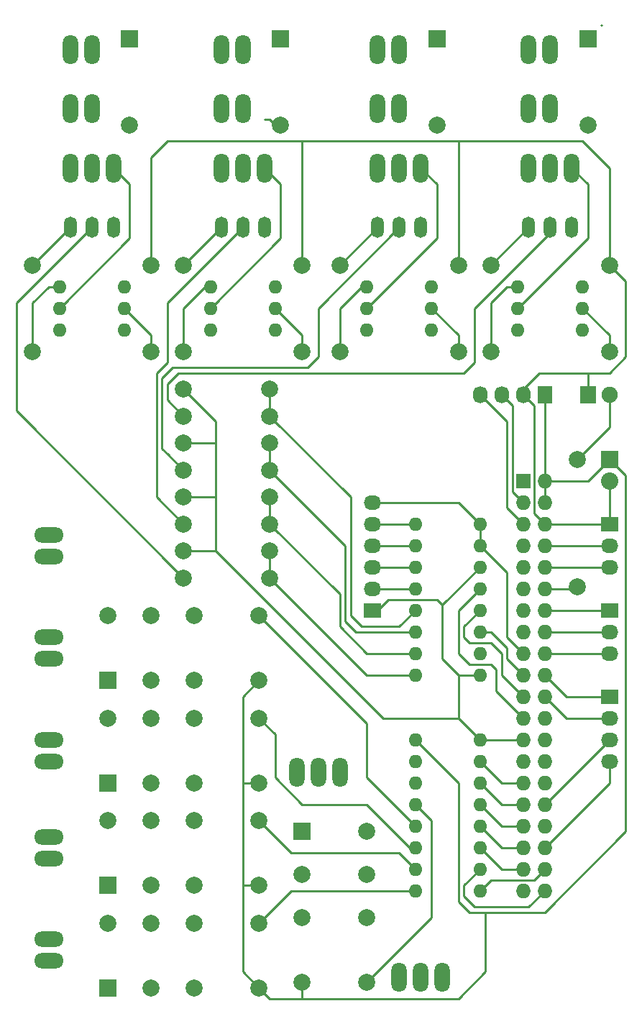
<source format=gbr>
G04 #@! TF.FileFunction,Copper,L1,Top,Signal*
%FSLAX46Y46*%
G04 Gerber Fmt 4.6, Leading zero omitted, Abs format (unit mm)*
G04 Created by KiCad (PCBNEW 4.0.2+dfsg1-stable) date ven. 23 juin 2017 15:57:35 CEST*
%MOMM*%
G01*
G04 APERTURE LIST*
%ADD10C,0.100000*%
%ADD11O,1.600000X1.600000*%
%ADD12C,1.998980*%
%ADD13R,1.998980X1.998980*%
%ADD14R,2.032000X1.727200*%
%ADD15O,2.032000X1.727200*%
%ADD16R,1.900000X2.000000*%
%ADD17C,1.900000*%
%ADD18R,1.727200X1.727200*%
%ADD19O,1.727200X1.727200*%
%ADD20O,1.800860X3.500120*%
%ADD21O,3.500120X1.800860*%
%ADD22O,1.501140X2.499360*%
%ADD23R,1.727200X2.032000*%
%ADD24O,1.727200X2.032000*%
%ADD25R,2.032000X2.032000*%
%ADD26O,2.032000X2.032000*%
%ADD27C,0.250000*%
G04 APERTURE END LIST*
D10*
D11*
X253365000Y-73660000D03*
X253365000Y-71120000D03*
X253365000Y-68580000D03*
X245745000Y-68580000D03*
X245745000Y-71120000D03*
X245745000Y-73660000D03*
D12*
X238125000Y-76200000D03*
X238125000Y-66040000D03*
X242570000Y-76200000D03*
X242570000Y-66040000D03*
X224155000Y-76200000D03*
X224155000Y-66040000D03*
D13*
X215265000Y-127000000D03*
D12*
X220345000Y-127000000D03*
X225425000Y-127000000D03*
X233045000Y-127000000D03*
X233045000Y-119380000D03*
X225425000Y-119380000D03*
X220345000Y-119380000D03*
X215265000Y-119380000D03*
D13*
X215265000Y-139065000D03*
D12*
X220345000Y-139065000D03*
X225425000Y-139065000D03*
X233045000Y-139065000D03*
X233045000Y-131445000D03*
X225425000Y-131445000D03*
X220345000Y-131445000D03*
X215265000Y-131445000D03*
D13*
X238125000Y-132715000D03*
D12*
X238125000Y-137795000D03*
X238125000Y-142875000D03*
X238125000Y-150495000D03*
X245745000Y-150495000D03*
X245745000Y-142875000D03*
X245745000Y-137795000D03*
X245745000Y-132715000D03*
D11*
X259080000Y-139700000D03*
X259080000Y-137160000D03*
X259080000Y-134620000D03*
X259080000Y-132080000D03*
X259080000Y-129540000D03*
X259080000Y-127000000D03*
X259080000Y-124460000D03*
X259080000Y-121920000D03*
X251460000Y-121920000D03*
X251460000Y-124460000D03*
X251460000Y-127000000D03*
X251460000Y-129540000D03*
X251460000Y-132080000D03*
X251460000Y-134620000D03*
X251460000Y-137160000D03*
X251460000Y-139700000D03*
X251460000Y-96520000D03*
X251460000Y-99060000D03*
X251460000Y-101600000D03*
X251460000Y-104140000D03*
X251460000Y-106680000D03*
X251460000Y-109220000D03*
X251460000Y-111760000D03*
X251460000Y-114300000D03*
X259080000Y-114300000D03*
X259080000Y-111760000D03*
X259080000Y-109220000D03*
X259080000Y-106680000D03*
X259080000Y-104140000D03*
X259080000Y-101600000D03*
X259080000Y-99060000D03*
X259080000Y-96520000D03*
D14*
X274320000Y-116840000D03*
D15*
X274320000Y-119380000D03*
X274320000Y-121920000D03*
X274320000Y-124460000D03*
D12*
X271782540Y-49530000D03*
D13*
X271782540Y-39370000D03*
D12*
X254002540Y-49530000D03*
D13*
X254002540Y-39370000D03*
D12*
X235587540Y-49530000D03*
D13*
X235587540Y-39370000D03*
D12*
X217807540Y-49530000D03*
D13*
X217807540Y-39370000D03*
D16*
X271780000Y-81280000D03*
D17*
X274320000Y-81280000D03*
D18*
X264160000Y-91440000D03*
D19*
X266700000Y-91440000D03*
X264160000Y-93980000D03*
X266700000Y-93980000D03*
X264160000Y-96520000D03*
X266700000Y-96520000D03*
X264160000Y-99060000D03*
X266700000Y-99060000D03*
X264160000Y-101600000D03*
X266700000Y-101600000D03*
X264160000Y-104140000D03*
X266700000Y-104140000D03*
X264160000Y-106680000D03*
X266700000Y-106680000D03*
X264160000Y-109220000D03*
X266700000Y-109220000D03*
X264160000Y-111760000D03*
X266700000Y-111760000D03*
X264160000Y-114300000D03*
X266700000Y-114300000D03*
X264160000Y-116840000D03*
X266700000Y-116840000D03*
X264160000Y-119380000D03*
X266700000Y-119380000D03*
X264160000Y-121920000D03*
X266700000Y-121920000D03*
X264160000Y-124460000D03*
X266700000Y-124460000D03*
X264160000Y-127000000D03*
X266700000Y-127000000D03*
X264160000Y-129540000D03*
X266700000Y-129540000D03*
X264160000Y-132080000D03*
X266700000Y-132080000D03*
X264160000Y-134620000D03*
X266700000Y-134620000D03*
X264160000Y-137160000D03*
X266700000Y-137160000D03*
X264160000Y-139700000D03*
X266700000Y-139700000D03*
D14*
X274320000Y-96520000D03*
D15*
X274320000Y-99060000D03*
X274320000Y-101600000D03*
D14*
X274320000Y-106680000D03*
D15*
X274320000Y-109220000D03*
X274320000Y-111760000D03*
D20*
X264795000Y-54610000D03*
X267335000Y-54610000D03*
X269875000Y-54610000D03*
X247015000Y-54610000D03*
X249555000Y-54610000D03*
X252095000Y-54610000D03*
X228600000Y-54610000D03*
X231140000Y-54610000D03*
X233680000Y-54610000D03*
X210820000Y-54610000D03*
X213360000Y-54610000D03*
X215900000Y-54610000D03*
D21*
X208280000Y-147955000D03*
X208280000Y-145415000D03*
X208280000Y-135890000D03*
X208280000Y-133350000D03*
X208280000Y-124460000D03*
X208280000Y-121920000D03*
X208280000Y-112395000D03*
X208280000Y-109855000D03*
D20*
X249555000Y-149860000D03*
X252095000Y-149860000D03*
X254635000Y-149860000D03*
X237490000Y-125730000D03*
X240030000Y-125730000D03*
X242570000Y-125730000D03*
X267335000Y-40640000D03*
X264795000Y-40640000D03*
X249555000Y-40640000D03*
X247015000Y-40640000D03*
X231140000Y-40640000D03*
X228600000Y-40640000D03*
X213360000Y-40640000D03*
X210820000Y-40640000D03*
D14*
X246380000Y-106680000D03*
D15*
X246380000Y-104140000D03*
X246380000Y-101600000D03*
X246380000Y-99060000D03*
X246380000Y-96520000D03*
X246380000Y-93980000D03*
D21*
X208280000Y-100330000D03*
X208280000Y-97790000D03*
D20*
X267335000Y-47625000D03*
X264795000Y-47625000D03*
X249555000Y-47625000D03*
X247015000Y-47625000D03*
X231140000Y-47625000D03*
X228600000Y-47625000D03*
X213360000Y-47625000D03*
X210820000Y-47625000D03*
D22*
X267335000Y-61595000D03*
X264795000Y-61595000D03*
X269875000Y-61595000D03*
X249555000Y-61595000D03*
X247015000Y-61595000D03*
X252095000Y-61595000D03*
X231140000Y-61595000D03*
X228600000Y-61595000D03*
X233680000Y-61595000D03*
X213360000Y-61595000D03*
X210820000Y-61595000D03*
X215900000Y-61595000D03*
D11*
X271145000Y-73660000D03*
X271145000Y-71120000D03*
X271145000Y-68580000D03*
X263525000Y-68580000D03*
X263525000Y-71120000D03*
X263525000Y-73660000D03*
X234950000Y-73660000D03*
X234950000Y-71120000D03*
X234950000Y-68580000D03*
X227330000Y-68580000D03*
X227330000Y-71120000D03*
X227330000Y-73660000D03*
X217170000Y-73660000D03*
X217170000Y-71120000D03*
X217170000Y-68580000D03*
X209550000Y-68580000D03*
X209550000Y-71120000D03*
X209550000Y-73660000D03*
D23*
X266700000Y-81280000D03*
D24*
X264160000Y-81280000D03*
X261620000Y-81280000D03*
X259080000Y-81280000D03*
D25*
X274320000Y-88900000D03*
D26*
X274320000Y-91440000D03*
D13*
X215265000Y-151130000D03*
D12*
X220345000Y-151130000D03*
X225425000Y-151130000D03*
X233045000Y-151130000D03*
X233045000Y-143510000D03*
X225425000Y-143510000D03*
X220345000Y-143510000D03*
X215265000Y-143510000D03*
D13*
X215265000Y-114935000D03*
D12*
X220345000Y-114935000D03*
X225425000Y-114935000D03*
X233045000Y-114935000D03*
X233045000Y-107315000D03*
X225425000Y-107315000D03*
X220345000Y-107315000D03*
X215265000Y-107315000D03*
X206375000Y-76200000D03*
X206375000Y-66040000D03*
X260350000Y-76200000D03*
X260350000Y-66040000D03*
X270510000Y-88900000D03*
X270510000Y-103900000D03*
X224155000Y-83820000D03*
X234315000Y-83820000D03*
X224155000Y-90170000D03*
X234315000Y-90170000D03*
X224155000Y-96520000D03*
X234315000Y-96520000D03*
X224155000Y-102870000D03*
X234315000Y-102870000D03*
X224155000Y-80645000D03*
X234315000Y-80645000D03*
X224155000Y-86995000D03*
X234315000Y-86995000D03*
X224155000Y-93345000D03*
X234315000Y-93345000D03*
X224155000Y-99695000D03*
X234315000Y-99695000D03*
X220345000Y-76200000D03*
X220345000Y-66040000D03*
X256540000Y-76200000D03*
X256540000Y-66040000D03*
X274320000Y-76200000D03*
X274320000Y-66040000D03*
D27*
X273370040Y-37782500D02*
X273367500Y-37782500D01*
X224155000Y-83820000D02*
X222250000Y-81915000D01*
X258445000Y-71120000D02*
X267335000Y-62230000D01*
X258445000Y-77470000D02*
X258445000Y-71120000D01*
X257175000Y-78740000D02*
X258445000Y-77470000D01*
X235585000Y-78740000D02*
X257175000Y-78740000D01*
X223520000Y-78740000D02*
X235585000Y-78740000D01*
X222250000Y-80010000D02*
X223520000Y-78740000D01*
X222250000Y-81915000D02*
X222250000Y-80010000D01*
X267335000Y-62230000D02*
X267335000Y-61595000D01*
X263525000Y-71120000D02*
X271780000Y-62865000D01*
X271780000Y-56515000D02*
X269875000Y-54610000D01*
X271780000Y-62865000D02*
X271780000Y-56515000D01*
X224155000Y-90170000D02*
X222250000Y-88265000D01*
X240030000Y-71120000D02*
X249555000Y-61595000D01*
X240030000Y-76835000D02*
X240030000Y-71120000D01*
X238760000Y-78105000D02*
X240030000Y-76835000D01*
X222885000Y-78105000D02*
X238760000Y-78105000D01*
X221615000Y-79375000D02*
X222885000Y-78105000D01*
X221615000Y-87630000D02*
X221615000Y-79375000D01*
X222250000Y-88265000D02*
X221615000Y-87630000D01*
X245745000Y-71120000D02*
X254000000Y-62865000D01*
X254000000Y-56515000D02*
X252095000Y-54610000D01*
X254000000Y-62865000D02*
X254000000Y-56515000D01*
X224155000Y-96520000D02*
X220980000Y-93345000D01*
X222250000Y-70485000D02*
X231140000Y-61595000D01*
X222250000Y-77470000D02*
X222250000Y-70485000D01*
X220980000Y-78740000D02*
X222250000Y-77470000D01*
X220980000Y-93345000D02*
X220980000Y-78740000D01*
X235585000Y-50165000D02*
X234315000Y-48895000D01*
X234315000Y-48895000D02*
X233680000Y-48895000D01*
X227330000Y-71120000D02*
X235585000Y-62865000D01*
X235585000Y-56515000D02*
X233680000Y-54610000D01*
X235585000Y-62865000D02*
X235585000Y-56515000D01*
X213360000Y-61595000D02*
X205105000Y-69850000D01*
X204470000Y-83185000D02*
X224155000Y-102870000D01*
X204470000Y-70485000D02*
X204470000Y-83185000D01*
X205105000Y-69850000D02*
X204470000Y-70485000D01*
X209550000Y-71120000D02*
X217805000Y-62865000D01*
X217805000Y-56515000D02*
X215900000Y-54610000D01*
X217805000Y-62865000D02*
X217805000Y-56515000D01*
X256540000Y-66040000D02*
X256540000Y-51435000D01*
X238125000Y-66040000D02*
X238125000Y-51435000D01*
X274320000Y-66040000D02*
X274320000Y-54610000D01*
X220345000Y-53340000D02*
X220345000Y-66040000D01*
X222250000Y-51435000D02*
X220345000Y-53340000D01*
X271145000Y-51435000D02*
X256540000Y-51435000D01*
X256540000Y-51435000D02*
X238125000Y-51435000D01*
X238125000Y-51435000D02*
X222250000Y-51435000D01*
X274320000Y-54610000D02*
X271145000Y-51435000D01*
X271780000Y-81280000D02*
X271780000Y-78740000D01*
X264160000Y-81280000D02*
X264160000Y-80645000D01*
X264160000Y-80645000D02*
X266065000Y-78740000D01*
X276225000Y-67945000D02*
X274320000Y-66040000D01*
X276225000Y-76835000D02*
X276225000Y-67945000D01*
X274320000Y-78740000D02*
X276225000Y-76835000D01*
X266065000Y-78740000D02*
X271780000Y-78740000D01*
X271780000Y-78740000D02*
X274320000Y-78740000D01*
X224155000Y-86995000D02*
X227965000Y-86995000D01*
X227965000Y-93345000D02*
X227965000Y-86995000D01*
X227965000Y-86995000D02*
X227965000Y-84455000D01*
X227965000Y-84455000D02*
X224155000Y-80645000D01*
X224155000Y-93345000D02*
X227965000Y-93345000D01*
X227965000Y-99695000D02*
X227965000Y-93345000D01*
X256540000Y-119380000D02*
X247650000Y-119380000D01*
X227965000Y-99695000D02*
X224155000Y-99695000D01*
X247650000Y-119380000D02*
X227965000Y-99695000D01*
X246380000Y-106680000D02*
X247015000Y-106680000D01*
X247015000Y-106680000D02*
X248285000Y-105410000D01*
X254000000Y-105410000D02*
X254635000Y-106045000D01*
X248285000Y-105410000D02*
X254000000Y-105410000D01*
X254635000Y-109855000D02*
X254635000Y-107950000D01*
X254635000Y-112395000D02*
X256540000Y-114300000D01*
X254635000Y-109855000D02*
X254635000Y-112395000D01*
X254635000Y-107950000D02*
X254635000Y-106045000D01*
X254635000Y-106045000D02*
X259080000Y-101600000D01*
X256540000Y-114300000D02*
X259080000Y-114300000D01*
X259080000Y-121920000D02*
X257175000Y-120015000D01*
X256540000Y-119380000D02*
X256540000Y-114300000D01*
X257175000Y-120015000D02*
X256540000Y-119380000D01*
X266700000Y-96520000D02*
X265430000Y-95250000D01*
X265430000Y-82550000D02*
X264160000Y-81280000D01*
X265430000Y-95250000D02*
X265430000Y-82550000D01*
X274320000Y-96520000D02*
X274320000Y-91440000D01*
X274320000Y-116840000D02*
X269240000Y-116840000D01*
X269240000Y-116840000D02*
X266700000Y-114300000D01*
X266700000Y-106680000D02*
X274320000Y-106680000D01*
X266700000Y-96520000D02*
X274320000Y-96520000D01*
X264160000Y-121920000D02*
X259080000Y-121920000D01*
X270510000Y-88900000D02*
X274320000Y-85090000D01*
X274320000Y-85090000D02*
X274320000Y-81280000D01*
X233045000Y-139065000D02*
X231140000Y-139065000D01*
X233045000Y-127000000D02*
X231140000Y-127000000D01*
X233045000Y-151130000D02*
X231140000Y-149225000D01*
X231140000Y-116840000D02*
X233045000Y-114935000D01*
X231140000Y-149225000D02*
X231140000Y-139065000D01*
X231140000Y-139065000D02*
X231140000Y-127000000D01*
X231140000Y-127000000D02*
X231140000Y-116840000D01*
X238125000Y-150495000D02*
X238125000Y-152400000D01*
X259715000Y-142240000D02*
X259715000Y-149225000D01*
X234315000Y-152400000D02*
X233045000Y-151130000D01*
X256540000Y-152400000D02*
X238125000Y-152400000D01*
X238125000Y-152400000D02*
X234315000Y-152400000D01*
X259715000Y-149225000D02*
X256540000Y-152400000D01*
X251460000Y-121920000D02*
X256540000Y-127000000D01*
X276225000Y-90805000D02*
X276225000Y-132715000D01*
X276225000Y-132715000D02*
X266700000Y-142240000D01*
X266700000Y-142240000D02*
X259715000Y-142240000D01*
X259715000Y-142240000D02*
X257810000Y-142240000D01*
X257810000Y-142240000D02*
X256540000Y-140970000D01*
X256540000Y-140970000D02*
X256540000Y-127000000D01*
X276225000Y-90805000D02*
X274320000Y-88900000D01*
X266700000Y-91440000D02*
X266700000Y-81280000D01*
X266700000Y-93980000D02*
X266700000Y-91440000D01*
X266700000Y-91440000D02*
X271780000Y-91440000D01*
X271780000Y-91440000D02*
X274320000Y-88900000D01*
X266700000Y-91440000D02*
X266700000Y-90805000D01*
X264160000Y-93980000D02*
X262890000Y-92710000D01*
X262890000Y-82550000D02*
X261620000Y-81280000D01*
X262890000Y-92710000D02*
X262890000Y-82550000D01*
X264160000Y-93980000D02*
X263525000Y-93980000D01*
X264160000Y-96520000D02*
X262255000Y-94615000D01*
X262255000Y-84455000D02*
X259080000Y-81280000D01*
X262255000Y-94615000D02*
X262255000Y-84455000D01*
X266700000Y-99060000D02*
X274320000Y-99060000D01*
X266700000Y-101600000D02*
X274320000Y-101600000D01*
X266700000Y-104140000D02*
X270270000Y-104140000D01*
X270270000Y-104140000D02*
X270510000Y-103900000D01*
X266700000Y-109220000D02*
X274320000Y-109220000D01*
X246380000Y-93980000D02*
X256540000Y-93980000D01*
X256540000Y-93980000D02*
X259080000Y-96520000D01*
X264160000Y-111760000D02*
X262255000Y-109855000D01*
X262255000Y-102235000D02*
X259080000Y-99060000D01*
X262255000Y-109855000D02*
X262255000Y-102235000D01*
X259080000Y-99060000D02*
X259080000Y-96520000D01*
X264160000Y-111760000D02*
X263525000Y-111760000D01*
X266700000Y-111760000D02*
X274320000Y-111760000D01*
X259080000Y-109220000D02*
X260350000Y-109220000D01*
X262255000Y-112395000D02*
X264160000Y-114300000D01*
X262255000Y-111125000D02*
X262255000Y-112395000D01*
X260350000Y-109220000D02*
X262255000Y-111125000D01*
X264160000Y-116840000D02*
X261620000Y-114300000D01*
X257175000Y-108585000D02*
X259080000Y-106680000D01*
X257175000Y-109855000D02*
X257175000Y-108585000D01*
X257810000Y-110490000D02*
X257175000Y-109855000D01*
X260350000Y-110490000D02*
X257810000Y-110490000D01*
X261620000Y-111760000D02*
X260350000Y-110490000D01*
X261620000Y-114300000D02*
X261620000Y-111760000D01*
X274320000Y-119380000D02*
X269240000Y-119380000D01*
X269240000Y-119380000D02*
X266700000Y-116840000D01*
X264160000Y-119380000D02*
X260985000Y-116205000D01*
X256540000Y-106680000D02*
X259080000Y-104140000D01*
X256540000Y-111760000D02*
X256540000Y-106680000D01*
X257810000Y-113030000D02*
X256540000Y-111760000D01*
X260350000Y-113030000D02*
X257810000Y-113030000D01*
X260985000Y-113665000D02*
X260350000Y-113030000D01*
X260985000Y-116205000D02*
X260985000Y-113665000D01*
X264160000Y-119380000D02*
X263525000Y-119380000D01*
X261620000Y-127000000D02*
X259080000Y-124460000D01*
X264160000Y-127000000D02*
X261620000Y-127000000D01*
X264160000Y-129540000D02*
X261620000Y-129540000D01*
X261620000Y-129540000D02*
X259080000Y-127000000D01*
X274320000Y-121920000D02*
X266700000Y-129540000D01*
X264160000Y-132080000D02*
X261620000Y-132080000D01*
X261620000Y-132080000D02*
X259080000Y-129540000D01*
X264160000Y-134620000D02*
X261620000Y-134620000D01*
X261620000Y-134620000D02*
X259080000Y-132080000D01*
X266700000Y-134620000D02*
X273050000Y-128270000D01*
X274320000Y-127000000D02*
X274320000Y-124460000D01*
X273050000Y-128270000D02*
X274320000Y-127000000D01*
X264160000Y-137160000D02*
X261620000Y-137160000D01*
X261620000Y-137160000D02*
X259080000Y-134620000D01*
X266700000Y-137160000D02*
X265430000Y-138430000D01*
X260350000Y-138430000D02*
X259080000Y-139700000D01*
X260985000Y-138430000D02*
X260350000Y-138430000D01*
X261620000Y-138430000D02*
X260985000Y-138430000D01*
X265430000Y-138430000D02*
X261620000Y-138430000D01*
X266700000Y-139700000D02*
X264795000Y-141605000D01*
X257175000Y-139065000D02*
X259080000Y-137160000D01*
X257175000Y-140335000D02*
X257175000Y-139065000D01*
X258445000Y-141605000D02*
X257175000Y-140335000D01*
X259080000Y-141605000D02*
X258445000Y-141605000D01*
X264795000Y-141605000D02*
X259080000Y-141605000D01*
X251460000Y-139700000D02*
X236855000Y-139700000D01*
X236855000Y-139700000D02*
X233045000Y-143510000D01*
X251460000Y-137160000D02*
X249555000Y-135255000D01*
X236855000Y-135255000D02*
X233045000Y-131445000D01*
X249555000Y-135255000D02*
X236855000Y-135255000D01*
X251460000Y-134620000D02*
X250825000Y-134620000D01*
X250825000Y-134620000D02*
X245745000Y-129540000D01*
X245745000Y-129540000D02*
X238125000Y-129540000D01*
X238125000Y-129540000D02*
X234950000Y-126365000D01*
X234950000Y-126365000D02*
X234950000Y-121285000D01*
X234950000Y-121285000D02*
X233045000Y-119380000D01*
X251460000Y-132080000D02*
X245745000Y-126365000D01*
X245745000Y-120015000D02*
X233045000Y-107315000D01*
X245745000Y-126365000D02*
X245745000Y-120015000D01*
X251460000Y-129540000D02*
X253365000Y-131445000D01*
X253365000Y-142875000D02*
X245745000Y-150495000D01*
X253365000Y-131445000D02*
X253365000Y-142875000D01*
X251460000Y-104140000D02*
X246380000Y-104140000D01*
X251460000Y-101600000D02*
X246380000Y-101600000D01*
X251460000Y-99060000D02*
X246380000Y-99060000D01*
X251460000Y-96520000D02*
X246380000Y-96520000D01*
X260350000Y-66040000D02*
X264795000Y-61595000D01*
X242570000Y-66040000D02*
X247015000Y-61595000D01*
X224155000Y-66040000D02*
X228600000Y-61595000D01*
X206375000Y-66040000D02*
X210820000Y-61595000D01*
X220345000Y-76200000D02*
X220345000Y-74295000D01*
X220345000Y-74295000D02*
X217170000Y-71120000D01*
X217170000Y-71120000D02*
X217170000Y-71755000D01*
X234950000Y-71120000D02*
X238125000Y-74295000D01*
X238125000Y-74295000D02*
X238125000Y-76200000D01*
X234950000Y-71120000D02*
X234950000Y-71755000D01*
X253365000Y-71120000D02*
X256540000Y-74295000D01*
X256540000Y-74295000D02*
X256540000Y-76200000D01*
X253365000Y-71120000D02*
X253365000Y-71755000D01*
X271145000Y-71120000D02*
X274320000Y-74295000D01*
X274320000Y-74295000D02*
X274320000Y-76200000D01*
X271145000Y-71120000D02*
X271145000Y-71755000D01*
X234315000Y-80645000D02*
X234315000Y-83820000D01*
X234315000Y-83820000D02*
X243840000Y-93345000D01*
X243840000Y-93345000D02*
X243840000Y-107315000D01*
X243840000Y-107315000D02*
X245110000Y-108585000D01*
X245110000Y-108585000D02*
X249555000Y-108585000D01*
X249555000Y-108585000D02*
X251460000Y-106680000D01*
X234315000Y-86995000D02*
X234315000Y-90170000D01*
X234315000Y-90170000D02*
X243205000Y-99060000D01*
X243205000Y-99060000D02*
X243205000Y-107950000D01*
X243205000Y-107950000D02*
X244475000Y-109220000D01*
X244475000Y-109220000D02*
X251460000Y-109220000D01*
X234315000Y-93345000D02*
X234315000Y-96520000D01*
X234315000Y-96520000D02*
X242570000Y-104775000D01*
X242570000Y-104775000D02*
X242570000Y-108585000D01*
X242570000Y-108585000D02*
X245745000Y-111760000D01*
X245745000Y-111760000D02*
X251460000Y-111760000D01*
X234315000Y-99695000D02*
X234315000Y-102870000D01*
X234315000Y-102870000D02*
X245745000Y-114300000D01*
X245745000Y-114300000D02*
X251460000Y-114300000D01*
X209550000Y-68580000D02*
X208280000Y-68580000D01*
X206375000Y-70485000D02*
X206375000Y-76200000D01*
X208280000Y-68580000D02*
X206375000Y-70485000D01*
X227330000Y-68580000D02*
X226695000Y-68580000D01*
X226695000Y-68580000D02*
X224155000Y-71120000D01*
X224155000Y-71120000D02*
X224155000Y-76200000D01*
X245745000Y-68580000D02*
X245110000Y-68580000D01*
X245110000Y-68580000D02*
X242570000Y-71120000D01*
X242570000Y-71120000D02*
X242570000Y-76200000D01*
X263525000Y-68580000D02*
X262255000Y-68580000D01*
X260350000Y-70485000D02*
X260350000Y-76200000D01*
X262255000Y-68580000D02*
X260350000Y-70485000D01*
M02*

</source>
